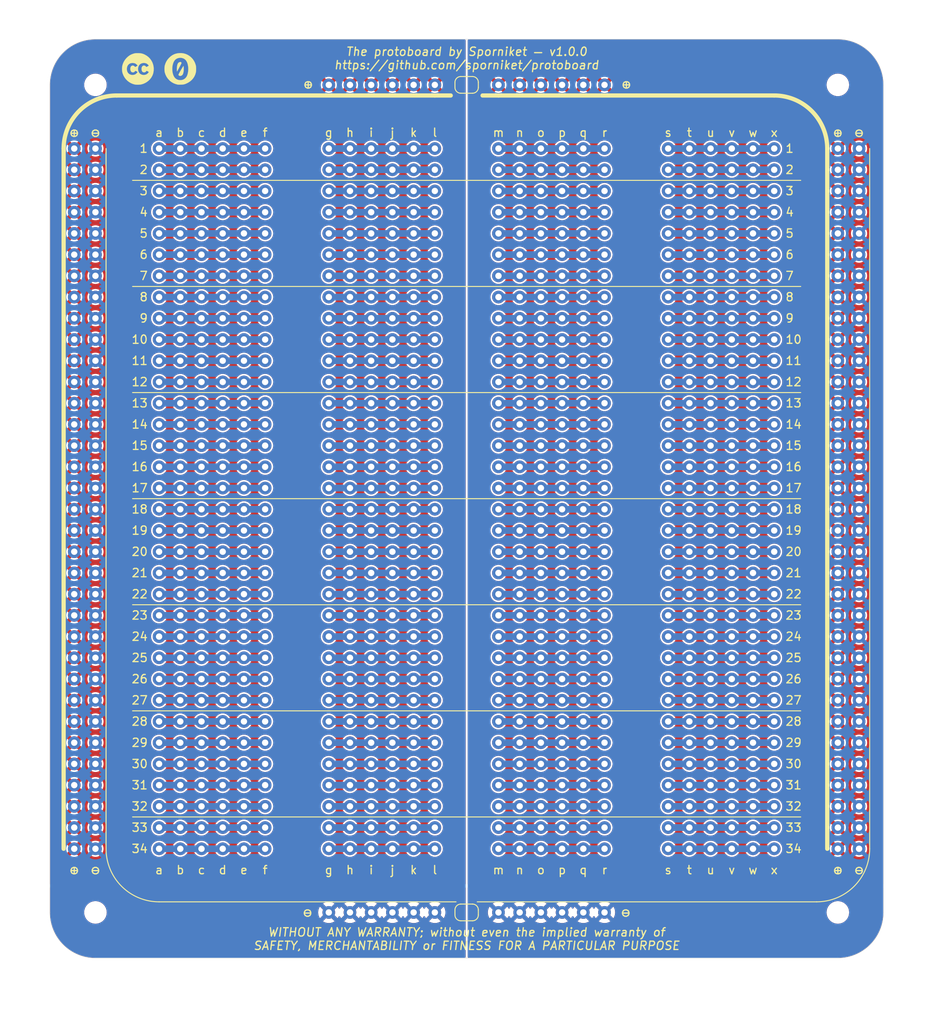
<source format=kicad_pcb>
(kicad_pcb (version 20241229) (generator "pcbnew") (generator_version "9.0")
  (title_block (title "Protoboard") (date "2022-10-07") (rev "v1.0.0") (company "Sporniket") (comment 2 "Original repository : https://github.com/sporniket/protoboard"))
  (layers (0 "F.Cu" signal) (2 "B.Cu" signal) (13 "F.Paste" user) (15 "B.Paste" user) (5 "F.SilkS" user "F.Silkscreen") (7 "B.SilkS" user "B.Silkscreen") (1 "F.Mask" user) (3 "B.Mask" user) (25 "Edge.Cuts" user))
  (net 0 "")
  (net 1 "Net-(J1-Pad1)")
  (net 2 "Net-(J7-Pad1)")
  (net 3 "/A34")
  (net 4 "/A33")
  (net 5 "/A32")
  (net 6 "/A31")
  (net 7 "/A30")
  (net 8 "/A29")
  (net 9 "/A28")
  (net 10 "/A27")
  (net 11 "/A26")
  (net 12 "/A25")
  (net 13 "/A24")
  (net 14 "/A23")
  (net 15 "/A22")
  (net 16 "/A21")
  (net 17 "/A20")
  (net 18 "/A19")
  (net 19 "/A18")
  (net 20 "/A17")
  (net 21 "/A16")
  (net 22 "/A15")
  (net 23 "/A14")
  (net 24 "/A13")
  (net 25 "/A12")
  (net 26 "/A11")
  (net 27 "/A10")
  (net 28 "/A9")
  (net 29 "/A8")
  (net 30 "/A7")
  (net 31 "/A6")
  (net 32 "/A5")
  (net 33 "/A4")
  (net 34 "/A3")
  (net 35 "/A2")
  (net 36 "/A1")
  (net 37 "/B34")
  (net 38 "/B33")
  (net 39 "/B32")
  (net 40 "/B31")
  (net 41 "/B30")
  (net 42 "/B29")
  (net 43 "/B28")
  (net 44 "/B27")
  (net 45 "/B26")
  (net 46 "/B25")
  (net 47 "/B24")
  (net 48 "/B23")
  (net 49 "/B22")
  (net 50 "/B21")
  (net 51 "/B20")
  (net 52 "/B19")
  (net 53 "/B18")
  (net 54 "/B17")
  (net 55 "/B16")
  (net 56 "/B15")
  (net 57 "/B14")
  (net 58 "/B13")
  (net 59 "/B12")
  (net 60 "/B11")
  (net 61 "/B10")
  (net 62 "/B9")
  (net 63 "/B8")
  (net 64 "/B7")
  (net 65 "/B6")
  (net 66 "/B5")
  (net 67 "/B4")
  (net 68 "/B3")
  (net 69 "/B2")
  (net 70 "/B1")
  (net 71 "/C34")
  (net 72 "/C33")
  (net 73 "/C32")
  (net 74 "/C31")
  (net 75 "/C30")
  (net 76 "/C29")
  (net 77 "/C28")
  (net 78 "/C27")
  (net 79 "/C26")
  (net 80 "/C25")
  (net 81 "/C24")
  (net 82 "/C23")
  (net 83 "/C22")
  (net 84 "/C21")
  (net 85 "/C20")
  (net 86 "/C19")
  (net 87 "/C18")
  (net 88 "/C17")
  (net 89 "/C16")
  (net 90 "/C15")
  (net 91 "/C14")
  (net 92 "/C13")
  (net 93 "/C12")
  (net 94 "/C11")
  (net 95 "/C10")
  (net 96 "/C9")
  (net 97 "/C8")
  (net 98 "/C7")
  (net 99 "/C6")
  (net 100 "/C5")
  (net 101 "/C4")
  (net 102 "/C3")
  (net 103 "/C2")
  (net 104 "/C1")
  (net 105 "/D34")
  (net 106 "/D33")
  (net 107 "/D32")
  (net 108 "/D31")
  (net 109 "/D30")
  (net 110 "/D29")
  (net 111 "/D28")
  (net 112 "/D27")
  (net 113 "/D26")
  (net 114 "/D25")
  (net 115 "/D24")
  (net 116 "/D23")
  (net 117 "/D22")
  (net 118 "/D21")
  (net 119 "/D20")
  (net 120 "/D19")
  (net 121 "/D18")
  (net 122 "/D17")
  (net 123 "/D16")
  (net 124 "/D15")
  (net 125 "/D14")
  (net 126 "/D13")
  (net 127 "/D12")
  (net 128 "/D11")
  (net 129 "/D10")
  (net 130 "/D9")
  (net 131 "/D8")
  (net 132 "/D7")
  (net 133 "/D6")
  (net 134 "/D5")
  (net 135 "/D4")
  (net 136 "/D3")
  (net 137 "/D2")
  (net 138 "/D1")
  (net 139 "Net-(J3-Pad1)")
  (net 140 "Net-(J5-Pad1)")
  (footprint "protoboard:rows_of_pins_1x34" (layer "F.Cu") (at 50.8 76.2)
    (property "Reference" "J101")
    (property "Value" "a")
  )
  (footprint "protoboard:rows_of_pins_1x34" (layer "F.Cu") (at 53.34 76.2)
    (property "Reference" "J102")
    (property "Value" "b")
  )
  (footprint "protoboard:rows_of_pins_1x34" (layer "F.Cu") (at 55.88 76.2)
    (property "Reference" "J103")
    (property "Value" "c")
  )
  (footprint "protoboard:rows_of_pins_1x34" (layer "F.Cu") (at 58.42 76.2)
    (property "Reference" "J104")
    (property "Value" "d")
  )
  (footprint "protoboard:rows_of_pins_1x34" (layer "F.Cu") (at 60.96 76.2)
    (property "Reference" "J105")
    (property "Value" "e")
  )
  (footprint "protoboard:rows_of_pins_1x34" (layer "F.Cu") (at 63.5 76.2)
    (property "Reference" "J106")
    (property "Value" "f")
  )
  (footprint "protoboard:rows_of_pins_1x34" (layer "F.Cu") (at 71.12 76.2)
    (property "Reference" "J107")
    (property "Value" "g")
  )
  (footprint "protoboard:rows_of_pins_1x34" (layer "F.Cu") (at 73.66 76.2)
    (property "Reference" "J108")
    (property "Value" "h")
  )
  (footprint "protoboard:rows_of_pins_1x34" (layer "F.Cu") (at 76.2 76.2)
    (property "Reference" "J109")
    (property "Value" "i")
  )
  (footprint "protoboard:rows_of_pins_1x34" (layer "F.Cu") (at 78.74 76.2)
    (property "Reference" "J110")
    (property "Value" "j")
  )
  (footprint "protoboard:rows_of_pins_1x34" (layer "F.Cu") (at 81.28 76.2)
    (property "Reference" "J111")
    (property "Value" "k")
  )
  (footprint "protoboard:rows_of_pins_1x34" (layer "F.Cu") (at 83.82 76.2)
    (property "Reference" "J112")
    (property "Value" "l")
  )
  (footprint "protoboard:rows_of_pins_1x34" (layer "F.Cu") (at 91.44 76.2)
    (property "Reference" "J113")
    (property "Value" "m")
  )
  (footprint "protoboard:rows_of_pins_1x34" (layer "F.Cu") (at 93.98 76.2)
    (property "Reference" "J114")
    (property "Value" "n")
  )
  (footprint "protoboard:rows_of_pins_1x34" (layer "F.Cu") (at 96.52 76.2)
    (property "Reference" "J115")
    (property "Value" "o")
  )
  (footprint "protoboard:rows_of_pins_1x34" (layer "F.Cu") (at 99.06 76.2)
    (property "Reference" "J116")
    (property "Value" "p")
  )
  (footprint "protoboard:rows_of_pins_1x34" (layer "F.Cu") (at 101.6 76.2)
    (property "Reference" "J117")
    (property "Value" "q")
  )
  (footprint "protoboard:rows_of_pins_1x34" (layer "F.Cu") (at 104.14 76.2)
    (property "Reference" "J118")
    (property "Value" "r")
  )
  (footprint "protoboard:rows_of_pins_1x34" (layer "F.Cu") (at 111.76 76.2)
    (property "Reference" "J119")
    (property "Value" "s")
  )
  (footprint "protoboard:rows_of_pins_1x34" (layer "F.Cu") (at 114.3 76.2)
    (property "Reference" "J120")
    (property "Value" "t")
  )
  (footprint "protoboard:rows_of_pins_1x34" (layer "F.Cu") (at 116.84 76.2)
    (property "Reference" "J121")
    (property "Value" "u")
  )
  (footprint "protoboard:rows_of_pins_1x34" (layer "F.Cu") (at 119.38 76.2)
    (property "Reference" "J122")
    (property "Value" "v")
  )
  (footprint "protoboard:rows_of_pins_1x34" (layer "F.Cu") (at 121.92 76.2)
    (property "Reference" "J123")
    (property "Value" "w")
  )
  (footprint "protoboard:rows_of_pins_1x34" (layer "F.Cu") (at 124.46 76.2)
    (property "Reference" "J124")
    (property "Value" "x")
  )
  (footprint "MountingHole:MountingHole_2.2mm_M2" (layer "F.Cu") (at 43.18 68.58)
    (property "Reference" "H101")
    (property "Value" "M2")
  )
  (footprint "MountingHole:MountingHole_2.2mm_M2" (layer "F.Cu") (at 132.08 68.58)
    (property "Reference" "H102")
    (property "Value" "M2")
  )
  (footprint "MountingHole:MountingHole_2.2mm_M2" (layer "F.Cu") (at 43.18 167.64 180)
    (property "Reference" "H103")
    (property "Value" "M2")
  )
  (footprint "MountingHole:MountingHole_2.2mm_M2" (layer "F.Cu") (at 132.08 167.64 180)
    (property "Reference" "H104")
    (property "Value" "M2")
  )
  (footprint "protoboard:rows_of_pins_1x34" (layer "F.Cu") (at 40.64 76.2)
    (property "Reference" "J1")
    (property "Value" "⊕")
  )
  (footprint "protoboard:rows_of_pins_1x6" (layer "F.Cu") (at 83.82 68.58 -90)
    (property "Reference" "J2")
    (property "Value" "⊕")
  )
  (footprint "protoboard:rows_of_pins_1x34" (layer "F.Cu") (at 132.08 76.2)
    (property "Reference" "J3")
    (property "Value" "⊕")
  )
  (footprint "protoboard:rows_of_pins_1x6" (layer "F.Cu") (at 91.44 68.58 90)
    (property "Reference" "J4")
    (property "Value" "⊕")
  )
  (footprint "protoboard:rows_of_pins_1x34" (layer "F.Cu") (at 43.18 76.2)
    (property "Reference" "J5")
    (property "Value" "⊖")
  )
  (footprint "protoboard:rows_of_pins_1x6" (layer "F.Cu") (at 83.82 167.64 -90)
    (property "Reference" "J6")
    (property "Value" "⊖")
  )
  (footprint "protoboard:rows_of_pins_1x34" (layer "F.Cu") (at 134.62 76.2)
    (property "Reference" "J7")
    (property "Value" "⊖")
  )
  (footprint "protoboard:rows_of_pins_1x6" (layer "F.Cu") (at 91.44 167.64 90)
    (property "Reference" "J8")
    (property "Value" "⊖")
  )
  (footprint "Jumper:SolderJumper-2_P1.3mm_Open_RoundedPad1.0x1.5mm" (layer "F.Cu") (at 87.63 68.58)
    (property "Reference" "JP101")
    (property "Value" "⊕")
  )
  (footprint "Jumper:SolderJumper-2_P1.3mm_Open_RoundedPad1.0x1.5mm" (layer "F.Cu") (at 87.63 167.64)
    (property "Reference" "JP102")
    (property "Value" "⊖")
  )
  (footprint "cliparts:logo--cc--cc" (layer "F.Cu") (at 48.26 66.675)
    (property "Reference" "G***" (hide yes))
    (property "Value" "LOGO" (hide yes))
  )
  (footprint "cliparts:logo--cc--zero" (layer "F.Cu") (at 53.34 66.675)
    (property "Reference" "G***" (hide yes))
    (property "Value" "LOGO" (hide yes))
  )
  (gr_line (start 83.82 69.85) (end 45.72 69.85) (stroke (width 0.508)) (layer "F.SilkS"))
  (gr_arc (start 39.37 76.2) (mid 41.229872 71.709872) (end 45.72 69.85) (stroke (width 0.508)) (layer "F.SilkS"))
  (gr_line (start 127.635 80.01) (end 47.625 80.01) (stroke (width 0.12)) (layer "F.SilkS"))
  (gr_line (start 91.44 166.37) (end 88.9 166.37) (stroke (width 0.12)) (layer "F.SilkS"))
  (gr_line (start 47.625 92.71) (end 127.635 92.71) (stroke (width 0.12)) (layer "F.SilkS"))
  (gr_arc (start 124.46 69.85) (mid 128.950128 71.709872) (end 130.81 76.2) (stroke (width 0.508)) (layer "F.SilkS"))
  (gr_line (start 39.37 76.2) (end 39.37 160.02) (stroke (width 0.508)) (layer "F.SilkS"))
  (gr_line (start 127.635 143.51) (end 47.625 143.51) (stroke (width 0.12)) (layer "F.SilkS"))
  (gr_line (start 47.625 118.11) (end 127.635 118.11) (stroke (width 0.12)) (layer "F.SilkS"))
  (gr_line (start 47.625 156.21) (end 127.635 156.21) (stroke (width 0.12)) (layer "F.SilkS"))
  (gr_line (start 44.45 160.02) (end 44.45 76.2) (stroke (width 0.12)) (layer "F.SilkS"))
  (gr_line (start 130.81 76.2) (end 130.81 160.02) (stroke (width 0.508)) (layer "F.SilkS"))
  (gr_arc (start 135.89 160.02) (mid 134.030128 164.510128) (end 129.54 166.37) (stroke (width 0.12)) (layer "F.SilkS"))
  (gr_line (start 129.54 166.37) (end 91.44 166.37) (stroke (width 0.12)) (layer "F.SilkS"))
  (gr_line (start 50.8 166.37) (end 83.82 166.37) (stroke (width 0.12)) (layer "F.SilkS"))
  (gr_arc (start 50.8 166.37) (mid 46.309872 164.510128) (end 44.45 160.02) (stroke (width 0.12)) (layer "F.SilkS"))
  (gr_line (start 83.82 166.37) (end 86.36 166.37) (stroke (width 0.12)) (layer "F.SilkS"))
  (gr_line (start 83.82 69.85) (end 85.725 69.85) (stroke (width 0.508)) (layer "F.SilkS"))
  (gr_line (start 135.89 160.02) (end 135.89 76.2) (stroke (width 0.12)) (layer "F.SilkS"))
  (gr_line (start 47.625 130.81) (end 127.635 130.81) (stroke (width 0.12)) (layer "F.SilkS"))
  (gr_line (start 47.625 105.41) (end 127.635 105.41) (stroke (width 0.12)) (layer "F.SilkS"))
  (gr_line (start 124.46 69.85) (end 91.44 69.85) (stroke (width 0.508)) (layer "F.SilkS"))
  (gr_line (start 91.44 69.85) (end 89.535 69.85) (stroke (width 0.508)) (layer "F.SilkS"))
  (gr_line (start 37.719 68.58) (end 37.719 167.64) (stroke (width 0.05)) (layer "Edge.Cuts"))
  (gr_arc (start 37.719 68.58) (mid 39.31849 64.71849) (end 43.18 63.119) (stroke (width 0.05)) (layer "Edge.Cuts"))
  (gr_line (start 137.541 68.58) (end 137.541 167.64) (stroke (width 0.05)) (layer "Edge.Cuts"))
  (gr_arc (start 43.18 173.101) (mid 39.31849 171.50151) (end 37.719 167.64) (stroke (width 0.05)) (layer "Edge.Cuts"))
  (gr_arc (start 132.08 63.119) (mid 135.94151 64.71849) (end 137.541 68.58) (stroke (width 0.05)) (layer "Edge.Cuts"))
  (gr_line (start 43.18 63.119) (end 132.08 63.119) (stroke (width 0.05)) (layer "Edge.Cuts"))
  (gr_line (start 43.18 173.101) (end 132.08 173.101) (stroke (width 0.05)) (layer "Edge.Cuts"))
  (gr_arc (start 137.541 167.64) (mid 135.94151 171.50151) (end 132.08 173.101) (stroke (width 0.05)) (layer "Edge.Cuts"))
  (gr_text "13" (at 49.53 106.68 0) (layer "F.SilkS") (effects (font (size 1 1)) (justify right)))
  (gr_text "17" (at 49.53 116.84 0) (layer "F.SilkS") (effects (font (size 1 1)) (justify right)))
  (gr_text "16" (at 49.53 114.3 0) (layer "F.SilkS") (effects (font (size 1 1)) (justify right)))
  (gr_text "12" (at 49.53 104.14 0) (layer "F.SilkS") (effects (font (size 1 1)) (justify right)))
  (gr_text "15" (at 49.53 111.76 0) (layer "F.SilkS") (effects (font (size 1 1)) (justify right)))
  (gr_text "14" (at 49.53 109.22 0) (layer "F.SilkS") (effects (font (size 1 1)) (justify right)))
  (gr_text "18" (at 49.53 119.38 0) (layer "F.SilkS") (effects (font (size 1 1)) (justify right)))
  (gr_text "20" (at 49.53 124.46 0) (layer "F.SilkS") (effects (font (size 1 1)) (justify right)))
  (gr_text "19" (at 49.53 121.92 0) (layer "F.SilkS") (effects (font (size 1 1)) (justify right)))
  (gr_text "21" (at 49.53 127 0) (layer "F.SilkS") (effects (font (size 1 1)) (justify right)))
  (gr_text "24" (at 49.53 134.62 0) (layer "F.SilkS") (effects (font (size 1 1)) (justify right)))
  (gr_text "25" (at 49.53 137.16 0) (layer "F.SilkS") (effects (font (size 1 1)) (justify right)))
  (gr_text "29" (at 49.53 147.32 0) (layer "F.SilkS") (effects (font (size 1 1)) (justify right)))
  (gr_text "22" (at 49.53 129.54 0) (layer "F.SilkS") (effects (font (size 1 1)) (justify right)))
  (gr_text "27" (at 49.53 142.24 0) (layer "F.SilkS") (effects (font (size 1 1)) (justify right)))
  (gr_text "28" (at 49.53 144.78 0) (layer "F.SilkS") (effects (font (size 1 1)) (justify right)))
  (gr_text "23" (at 49.53 132.08 0) (layer "F.SilkS") (effects (font (size 1 1)) (justify right)))
  (gr_text "26" (at 49.53 139.7 0) (layer "F.SilkS") (effects (font (size 1 1)) (justify right)))
  (gr_text "30" (at 49.53 149.86 0) (layer "F.SilkS") (effects (font (size 1 1)) (justify right)))
  (gr_text "31" (at 49.53 152.4 0) (layer "F.SilkS") (effects (font (size 1 1)) (justify right)))
  (gr_text "32" (at 49.53 154.94 0) (layer "F.SilkS") (effects (font (size 1 1)) (justify right)))
  (gr_text "34" (at 49.53 160.02 0) (layer "F.SilkS") (effects (font (size 1 1)) (justify right)))
  (gr_text "33" (at 49.53 157.48 0) (layer "F.SilkS") (effects (font (size 1 1)) (justify right)))
  (gr_text "14" (at 125.73 109.22 0) (layer "F.SilkS") (effects (font (size 1 1)) (justify left)))
  (gr_text "15" (at 125.73 111.76 0) (layer "F.SilkS") (effects (font (size 1 1)) (justify left)))
  (gr_text "19" (at 125.73 121.92 0) (layer "F.SilkS") (effects (font (size 1 1)) (justify left)))
  (gr_text "12" (at 125.73 104.14 0) (layer "F.SilkS") (effects (font (size 1 1)) (justify left)))
  (gr_text "28" (at 125.73 144.78 0) (layer "F.SilkS") (effects (font (size 1 1)) (justify left)))
  (gr_text "3" (at 125.73 81.28 0) (layer "F.SilkS") (effects (font (size 1 1)) (justify left)))
  (gr_text "32" (at 125.73 154.94 0) (layer "F.SilkS") (effects (font (size 1 1)) (justify left)))
  (gr_text "11" (at 125.73 101.6 0) (layer "F.SilkS") (effects (font (size 1 1)) (justify left)))
  (gr_text "7" (at 125.73 91.44 0) (layer "F.SilkS") (effects (font (size 1 1)) (justify left)))
  (gr_text "34" (at 125.73 160.02 0) (layer "F.SilkS") (effects (font (size 1 1)) (justify left)))
  (gr_text "6" (at 125.73 88.9 0) (layer "F.SilkS") (effects (font (size 1 1)) (justify left)))
  (gr_text "1" (at 125.73 76.2 0) (layer "F.SilkS") (effects (font (size 1 1)) (justify left)))
  (gr_text "33" (at 125.73 157.48 0) (layer "F.SilkS") (effects (font (size 1 1)) (justify left)))
  (gr_text "2" (at 125.73 78.74 0) (layer "F.SilkS") (effects (font (size 1 1)) (justify left)))
  (gr_text "5" (at 125.73 86.36 0) (layer "F.SilkS") (effects (font (size 1 1)) (justify left)))
  (gr_text "4" (at 125.73 83.82 0) (layer "F.SilkS") (effects (font (size 1 1)) (justify left)))
  (gr_text "17" (at 125.73 116.84 0) (layer "F.SilkS") (effects (font (size 1 1)) (justify left)))
  (gr_text "8" (at 125.73 93.98 0) (layer "F.SilkS") (effects (font (size 1 1)) (justify left)))
  (gr_text "10" (at 125.73 99.06 0) (layer "F.SilkS") (effects (font (size 1 1)) (justify left)))
  (gr_text "29" (at 125.73 147.32 0) (layer "F.SilkS") (effects (font (size 1 1)) (justify left)))
  (gr_text "31" (at 125.73 152.4 0) (layer "F.SilkS") (effects (font (size 1 1)) (justify left)))
  (gr_text "9" (at 125.73 96.52 0) (layer "F.SilkS") (effects (font (size 1 1)) (justify left)))
  (gr_text "26" (at 125.73 139.7 0) (layer "F.SilkS") (effects (font (size 1 1)) (justify left)))
  (gr_text "18" (at 125.73 119.38 0) (layer "F.SilkS") (effects (font (size 1 1)) (justify left)))
  (gr_text "21" (at 125.73 127 0) (layer "F.SilkS") (effects (font (size 1 1)) (justify left)))
  (gr_text "13" (at 125.73 106.68 0) (layer "F.SilkS") (effects (font (size 1 1)) (justify left)))
  (gr_text "22" (at 125.73 129.54 0) (layer "F.SilkS") (effects (font (size 1 1)) (justify left)))
  (gr_text "24" (at 125.73 134.62 0) (layer "F.SilkS") (effects (font (size 1 1)) (justify left)))
  (gr_text "30" (at 125.73 149.86 0) (layer "F.SilkS") (effects (font (size 1 1)) (justify left)))
  (gr_text "27" (at 125.73 142.24 0) (layer "F.SilkS") (effects (font (size 1 1)) (justify left)))
  (gr_text "23" (at 125.73 132.08 0) (layer "F.SilkS") (effects (font (size 1 1)) (justify left)))
  (gr_text "16" (at 125.73 114.3 0) (layer "F.SilkS") (effects (font (size 1 1)) (justify left)))
  (gr_text "25" (at 125.73 137.16 0) (layer "F.SilkS") (effects (font (size 1 1)) (justify left)))
  (gr_text "20" (at 125.73 124.46 0) (layer "F.SilkS") (effects (font (size 1 1)) (justify left)))
  (gr_text "⊕" (at 132.08 74.295 0) (layer "F.SilkS") (effects (font (size 1 1))))
  (gr_text "r" (at 104.14 74.295 0) (layer "F.SilkS") (effects (font (size 1 1))))
  (gr_text "6" (at 49.53 88.9 0) (layer "F.SilkS") (effects (font (size 1 1)) (justify right)))
  (gr_text "u" (at 116.84 74.295 0) (layer "F.SilkS") (effects (font (size 1 1))))
  (gr_text "k" (at 81.28 74.295 0) (layer "F.SilkS") (effects (font (size 1 1))))
  (gr_text "p" (at 99.06 74.295 0) (layer "F.SilkS") (effects (font (size 1 1))))
  (gr_text "n" (at 93.98 74.295 0) (layer "F.SilkS") (effects (font (size 1 1))))
  (gr_text "e" (at 60.96 74.295 0) (layer "F.SilkS") (effects (font (size 1 1))))
  (gr_text "v" (at 119.38 74.295 0) (layer "F.SilkS") (effects (font (size 1 1))))
  (gr_text "o" (at 96.52 74.295 0) (layer "F.SilkS") (effects (font (size 1 1))))
  (gr_text "7" (at 49.53 91.44 0) (layer "F.SilkS") (effects (font (size 1 1)) (justify right)))
  (gr_text "⊕" (at 40.64 74.295 0) (layer "F.SilkS") (effects (font (size 1 1))))
  (gr_text "5" (at 49.53 86.36 0) (layer "F.SilkS") (effects (font (size 1 1)) (justify right)))
  (gr_text "d" (at 58.42 74.295 0) (layer "F.SilkS") (effects (font (size 1 1))))
  (gr_text "⊖" (at 134.62 74.295 0) (layer "F.SilkS") (effects (font (size 1 1))))
  (gr_text "b" (at 53.34 74.295 0) (layer "F.SilkS") (effects (font (size 1 1))))
  (gr_text "The protoboard by Sporniket — v1.0.0\nhttps://github.com/sporniket/protoboard" (at 87.63 65.405 0) (layer "F.SilkS") (effects (font (size 1 1) (thickness 0.15) (italic yes))))
  (gr_text "i" (at 76.2 74.295 0) (layer "F.SilkS") (effects (font (size 1 1))))
  (gr_text "c" (at 55.88 74.295 0) (layer "F.SilkS") (effects (font (size 1 1))))
  (gr_text "1" (at 49.53 76.2 0) (layer "F.SilkS") (effects (font (size 1 1)) (justify right)))
  (gr_text "2" (at 49.53 78.74 0) (layer "F.SilkS") (effects (font (size 1 1)) (justify right)))
  (gr_text "9" (at 49.53 96.52 0) (layer "F.SilkS") (effects (font (size 1 1)) (justify right)))
  (gr_text "q" (at 101.6 74.295 0) (layer "F.SilkS") (effects (font (size 1 1))))
  (gr_text "4" (at 49.53 83.82 0) (layer "F.SilkS") (effects (font (size 1 1)) (justify right)))
  (gr_text "f" (at 63.5 74.295 0) (layer "F.SilkS") (effects (font (size 1 1))))
  (gr_text "s" (at 111.76 74.295 0) (layer "F.SilkS") (effects (font (size 1 1))))
  (gr_text "l" (at 83.82 74.295 0) (layer "F.SilkS") (effects (font (size 1 1))))
  (gr_text "8" (at 49.53 93.98 0) (layer "F.SilkS") (effects (font (size 1 1)) (justify right)))
  (gr_text "WITHOUT ANY WARRANTY; without even the implied warranty of\nSAFETY, MERCHANTABILITY or FITNESS FOR A PARTICULAR PURPOSE" (at 87.63 170.815 0) (layer "F.SilkS") (effects (font (size 1 1) (thickness 0.15) (italic yes))))
  (gr_text "a" (at 50.8 74.295 0) (layer "F.SilkS") (effects (font (size 1 1))))
  (gr_text "g" (at 71.12 74.295 0) (layer "F.SilkS") (effects (font (size 1 1))))
  (gr_text "⊖" (at 43.18 74.295 0) (layer "F.SilkS") (effects (font (size 1 1))))
  (gr_text "x" (at 124.46 74.295 0) (layer "F.SilkS") (effects (font (size 1 1))))
  (gr_text "j" (at 78.74 74.295 0) (layer "F.SilkS") (effects (font (size 1 1))))
  (gr_text "m" (at 91.44 74.295 0) (layer "F.SilkS") (effects (font (size 1 1))))
  (gr_text "10" (at 49.53 99.06 0) (layer "F.SilkS") (effects (font (size 1 1)) (justify right)))
  (gr_text "11" (at 49.53 101.6 0) (layer "F.SilkS") (effects (font (size 1 1)) (justify right)))
  (gr_text "3" (at 49.53 81.28 0) (layer "F.SilkS") (effects (font (size 1 1)) (justify right)))
  (gr_text "w" (at 121.92 74.295 0) (layer "F.SilkS") (effects (font (size 1 1))))
  (gr_text "t" (at 114.3 74.295 0) (layer "F.SilkS") (effects (font (size 1 1))))
  (gr_text "h" (at 73.66 74.295 0) (layer "F.SilkS") (effects (font (size 1 1))))
  (segment (start 50.8 160.02) (end 63.5 160.02) (width 0.8128) (layer "B.Cu") (net 3))
  (segment (start 50.8 157.48) (end 63.5 157.48) (width 0.8128) (layer "B.Cu") (net 4))
  (segment (start 50.8 154.94) (end 63.5 154.94) (width 0.8128) (layer "B.Cu") (net 5))
  (segment (start 50.8 152.4) (end 63.5 152.4) (width 0.8128) (layer "B.Cu") (net 6))
  (segment (start 50.8 149.86) (end 63.5 149.86) (width 0.8128) (layer "B.Cu") (net 7))
  (segment (start 50.8 147.32) (end 63.5 147.32) (width 0.8128) (layer "B.Cu") (net 8))
  (segment (start 50.8 144.78) (end 63.5 144.78) (width 0.8128) (layer "B.Cu") (net 9))
  (segment (start 50.8 142.24) (end 63.5 142.24) (width 0.8128) (layer "B.Cu") (net 10))
  (segment (start 63.5 139.7) (end 50.8 139.7) (width 0.8128) (layer "B.Cu") (net 11))
  (segment (start 50.8 137.16) (end 63.5 137.16) (width 0.8128) (layer "B.Cu") (net 12))
  (segment (start 63.5 134.62) (end 50.8 134.62) (width 0.8128) (layer "B.Cu") (net 13))
  (segment (start 50.8 132.08) (end 63.5 132.08) (width 0.8128) (layer "B.Cu") (net 14))
  (segment (start 50.8 129.54) (end 63.5 129.54) (width 0.8128) (layer "B.Cu") (net 15))
  (segment (start 63.5 127) (end 50.8 127) (width 0.8128) (layer "B.Cu") (net 16))
  (segment (start 50.8 124.46) (end 63.5 124.46) (width 0.8128) (layer "B.Cu") (net 17))
  (segment (start 63.5 121.92) (end 50.8 121.92) (width 0.8128) (layer "B.Cu") (net 18))
  (segment (start 50.8 119.38) (end 63.5 119.38) (width 0.8128) (layer "B.Cu") (net 19))
  (segment (start 63.5 116.84) (end 50.8 116.84) (width 0.8128) (layer "B.Cu") (net 20))
  (segment (start 50.8 114.3) (end 63.5 114.3) (width 0.8128) (layer "B.Cu") (net 21))
  (segment (start 63.5 111.76) (end 50.8 111.76) (width 0.8128) (layer "B.Cu") (net 22))
  (segment (start 50.8 109.22) (end 63.5 109.22) (width 0.8128) (layer "B.Cu") (net 23))
  (segment (start 63.5 106.68) (end 50.8 106.68) (width 0.8128) (layer "B.Cu") (net 24))
  (segment (start 50.8 104.14) (end 63.5 104.14) (width 0.8128) (layer "B.Cu") (net 25))
  (segment (start 63.5 101.6) (end 50.8 101.6) (width 0.8128) (layer "B.Cu") (net 26))
  (segment (start 50.8 99.06) (end 63.5 99.06) (width 0.8128) (layer "B.Cu") (net 27))
  (segment (start 63.5 96.52) (end 50.8 96.52) (width 0.8128) (layer "B.Cu") (net 28))
  (segment (start 50.8 93.98) (end 63.5 93.98) (width 0.8128) (layer "B.Cu") (net 29))
  (segment (start 50.8 91.44) (end 63.5 91.44) (width 0.8128) (layer "B.Cu") (net 30))
  (segment (start 63.5 88.9) (end 50.8 88.9) (width 0.8128) (layer "B.Cu") (net 31))
  (segment (start 50.8 86.36) (end 63.5 86.36) (width 0.8128) (layer "B.Cu") (net 32))
  (segment (start 63.5 83.82) (end 50.8 83.82) (width 0.8128) (layer "B.Cu") (net 33))
  (segment (start 50.8 81.28) (end 63.5 81.28) (width 0.8128) (layer "B.Cu") (net 34))
  (segment (start 63.5 78.74) (end 50.8 78.74) (width 0.8128) (layer "B.Cu") (net 35))
  (segment (start 50.8 76.2) (end 63.5 76.2) (width 0.8128) (layer "B.Cu") (net 36))
  (segment (start 71.12 160.02) (end 83.82 160.02) (width 0.8128) (layer "B.Cu") (net 37))
  (segment (start 71.12 157.48) (end 83.82 157.48) (width 0.8128) (layer "B.Cu") (net 38))
  (segment (start 71.12 154.94) (end 83.82 154.94) (width 0.8128) (layer "B.Cu") (net 39))
  (segment (start 71.12 152.4) (end 83.82 152.4) (width 0.8128) (layer "B.Cu") (net 40))
  (segment (start 71.12 149.86) (end 83.82 149.86) (width 0.8128) (layer "B.Cu") (net 41))
  (segment (start 83.82 147.32) (end 71.12 147.32) (width 0.8128) (layer "B.Cu") (net 42))
  (segment (start 71.12 144.78) (end 83.82 144.78) (width 0.8128) (layer "B.Cu") (net 43))
  (segment (start 71.12 142.24) (end 83.82 142.24) (width 0.8128) (layer "B.Cu") (net 44))
  (segment (start 83.82 139.7) (end 71.12 139.7) (width 0.8128) (layer "B.Cu") (net 45))
  (segment (start 71.12 137.16) (end 83.82 137.16) (width 0.8128) (layer "B.Cu") (net 46))
  (segment (start 83.82 134.62) (end 71.12 134.62) (width 0.8128) (layer "B.Cu") (net 47))
  (segment (start 71.12 132.08) (end 83.82 132.08) (width 0.8128) (layer "B.Cu") (net 48))
  (segment (start 71.12 129.54) (end 83.82 129.54) (width 0.8128) (layer "B.Cu") (net 49))
  (segment (start 83.82 127) (end 71.12 127) (width 0.8128) (layer "B.Cu") (net 50))
  (segment (start 71.12 124.46) (end 83.82 124.46) (width 0.8128) (layer "B.Cu") (net 51))
  (segment (start 83.82 121.92) (end 71.12 121.92) (width 0.8128) (layer "B.Cu") (net 52))
  (segment (start 71.12 119.38) (end 83.82 119.38) (width 0.8128) (layer "B.Cu") (net 53))
  (segment (start 83.82 116.84) (end 71.12 116.84) (width 0.8128) (layer "B.Cu") (net 54))
  (segment (start 71.12 114.3) (end 83.82 114.3) (width 0.8128) (layer "B.Cu") (net 55))
  (segment (start 83.82 111.76) (end 71.12 111.76) (width 0.8128) (layer "B.Cu") (net 56))
  (segment (start 71.12 109.22) (end 83.82 109.22) (width 0.8128) (layer "B.Cu") (net 57))
  (segment (start 83.82 106.68) (end 71.12 106.68) (width 0.8128) (layer "B.Cu") (net 58))
  (segment (start 71.12 104.14) (end 83.82 104.14) (width 0.8128) (layer "B.Cu") (net 59))
  (segment (start 83.82 101.6) (end 71.12 101.6) (width 0.8128) (layer "B.Cu") (net 60))
  (segment (start 71.12 99.06) (end 83.82 99.06) (width 0.8128) (layer "B.Cu") (net 61))
  (segment (start 83.82 96.52) (end 71.12 96.52) (width 0.8128) (layer "B.Cu") (net 62))
  (segment (start 71.12 93.98) (end 83.82 93.98) (width 0.8128) (layer "B.Cu") (net 63))
  (segment (start 71.12 91.44) (end 83.82 91.44) (width 0.8128) (layer "B.Cu") (net 64))
  (segment (start 83.82 88.9) (end 71.12 88.9) (width 0.8128) (layer "B.Cu") (net 65))
  (segment (start 71.12 86.36) (end 83.82 86.36) (width 0.8128) (layer "B.Cu") (net 66))
  (segment (start 83.82 83.82) (end 71.12 83.82) (width 0.8128) (layer "B.Cu") (net 67))
  (segment (start 71.12 81.28) (end 83.82 81.28) (width 0.8128) (layer "B.Cu") (net 68))
  (segment (start 83.82 78.74) (end 71.12 78.74) (width 0.8128) (layer "B.Cu") (net 69))
  (segment (start 71.12 76.2) (end 83.82 76.2) (width 0.8128) (layer "B.Cu") (net 70))
  (segment (start 91.44 160.02) (end 104.14 160.02) (width 0.8128) (layer "B.Cu") (net 71))
  (segment (start 91.44 157.48) (end 104.14 157.48) (width 0.8128) (layer "B.Cu") (net 72))
  (segment (start 91.44 154.94) (end 104.14 154.94) (width 0.8128) (layer "B.Cu") (net 73))
  (segment (start 91.44 152.4) (end 104.14 152.4) (width 0.8128) (layer "B.Cu") (net 74))
  (segment (start 91.44 149.86) (end 104.14 149.86) (width 0.8128) (layer "B.Cu") (net 75))
  (segment (start 91.44 147.32) (end 104.14 147.32) (width 0.8128) (layer "B.Cu") (net 76))
  (segment (start 91.44 144.78) (end 104.14 144.78) (width 0.8128) (layer "B.Cu") (net 77))
  (segment (start 91.44 142.24) (end 104.14 142.24) (width 0.8128) (layer "B.Cu") (net 78))
  (segment (start 104.14 139.7) (end 91.44 139.7) (width 0.8128) (layer "B.Cu") (net 79))
  (segment (start 91.44 137.16) (end 103.505 137.16) (width 0.8128) (layer "B.Cu") (net 80))
  (segment (start 104.14 134.62) (end 91.44 134.62) (width 0.8128) (layer "B.Cu") (net 81))
  (segment (start 91.44 132.08) (end 104.14 132.08) (width 0.8128) (layer "B.Cu") (net 82))
  (segment (start 104.14 129.54) (end 91.44 129.54) (width 0.8128) (layer "B.Cu") (net 83))
  (segment (start 91.44 127) (end 104.14 127) (width 0.8128) (layer "B.Cu") (net 84))
  (segment (start 104.14 124.46) (end 91.44 124.46) (width 0.8128) (layer "B.Cu") (net 85))
  (segment (start 91.44 121.92) (end 104.14 121.92) (width 0.8128) (layer "B.Cu") (net 86))
  (segment (start 104.14 119.38) (end 91.44 119.38) (width 0.8128) (layer "B.Cu") (net 87))
  (segment (start 91.44 116.84) (end 104.14 116.84) (width 0.8128) (layer "B.Cu") (net 88))
  (segment (start 104.14 114.3) (end 91.44 114.3) (width 0.8128) (layer "B.Cu") (net 89))
  (segment (start 91.44 111.76) (end 104.14 111.76) (width 0.8128) (layer "B.Cu") (net 90))
  (segment (start 104.14 109.22) (end 91.44 109.22) (width 0.8128) (layer "B.Cu") (net 91))
  (segment (start 91.44 106.68) (end 104.14 106.68) (width 0.8128) (layer "B.Cu") (net 92))
  (segment (start 104.14 104.14) (end 91.44 104.14) (width 0.8128) (layer "B.Cu") (net 93))
  (segment (start 104.14 101.6) (end 91.44 101.6) (width 0.8128) (layer "B.Cu") (net 94))
  (segment (start 91.44 99.06) (end 104.14 99.06) (width 0.8128) (layer "B.Cu") (net 95))
  (segment (start 104.14 96.52) (end 91.44 96.52) (width 0.8128) (layer "B.Cu") (net 96))
  (segment (start 91.44 93.98) (end 104.14 93.98) (width 0.8128) (layer "B.Cu") (net 97))
  (segment (start 91.44 91.44) (end 104.14 91.44) (width 0.8128) (layer "B.Cu") (net 98))
  (segment (start 104.14 88.9) (end 91.44 88.9) (width 0.8128) (layer "B.Cu") (net 99))
  (segment (start 91.44 86.36) (end 104.14 86.36) (width 0.8128) (layer "B.Cu") (net 100))
  (segment (start 104.14 83.82) (end 91.44 83.82) (width 0.8128) (layer "B.Cu") (net 101))
  (segment (start 91.44 81.28) (end 104.14 81.28) (width 0.8128) (layer "B.Cu") (net 102))
  (segment (start 104.14 78.74) (end 91.44 78.74) (width 0.8128) (layer "B.Cu") (net 103))
  (segment (start 91.44 76.2) (end 104.14 76.2) (width 0.8128) (layer "B.Cu") (net 104))
  (segment (start 111.76 160.02) (end 124.46 160.02) (width 0.8128) (layer "B.Cu") (net 105))
  (segment (start 111.76 157.48) (end 124.46 157.48) (width 0.8128) (layer "B.Cu") (net 106))
  (segment (start 111.76 154.94) (end 124.46 154.94) (width 0.8128) (layer "B.Cu") (net 107))
  (segment (start 111.76 152.4) (end 124.46 152.4) (width 0.8128) (layer "B.Cu") (net 108))
  (segment (start 111.76 149.86) (end 124.46 149.86) (width 0.8128) (layer "B.Cu") (net 109))
  (segment (start 111.76 147.32) (end 124.46 147.32) (width 0.8128) (layer "B.Cu") (net 110))
  (segment (start 111.76 144.78) (end 124.46 144.78) (width 0.8128) (layer "B.Cu") (net 111))
  (segment (start 111.76 142.24) (end 124.46 142.24) (width 0.8128) (layer "B.Cu") (net 112))
  (segment (start 111.76 139.7) (end 124.46 139.7) (width 0.8128) (layer "B.Cu") (net 113))
  (segment (start 111.76 137.16) (end 124.46 137.16) (width 0.8128) (layer "B.Cu") (net 114))
  (segment (start 111.76 134.62) (end 124.46 134.62) (width 0.8128) (layer "B.Cu") (net 115))
  (segment (start 111.76 132.08) (end 124.46 132.08) (width 0.8128) (layer "B.Cu") (net 116))
  (segment (start 111.76 129.54) (end 124.46 129.54) (width 0.8128) (layer "B.Cu") (net 117))
  (segment (start 124.46 127) (end 111.76 127) (width 0.8128) (layer "B.Cu") (net 118))
  (segment (start 111.76 124.46) (end 124.46 124.46) (width 0.8128) (layer "B.Cu") (net 119))
  (segment (start 124.46 121.92) (end 111.76 121.92) (width 0.8128) (layer "B.Cu") (net 120))
  (segment (start 111.76 119.38) (end 124.46 119.38) (width 0.8128) (layer "B.Cu") (net 121))
  (segment (start 124.46 116.84) (end 111.76 116.84) (width 0.8128) (layer "B.Cu") (net 122))
  (segment (start 111.76 114.3) (end 124.46 114.3) (width 0.8128) (layer "B.Cu") (net 123))
  (segment (start 124.46 111.76) (end 111.76 111.76) (width 0.8128) (layer "B.Cu") (net 124))
  (segment (start 111.76 109.22) (end 124.46 109.22) (width 0.8128) (layer "B.Cu") (net 125))
  (segment (start 124.46 106.68) (end 111.76 106.68) (width 0.8128) (layer "B.Cu") (net 126))
  (segment (start 111.76 104.14) (end 124.46 104.14) (width 0.8128) (layer "B.Cu") (net 127))
  (segment (start 124.46 101.6) (end 111.76 101.6) (width 0.8128) (layer "B.Cu") (net 128))
  (segment (start 111.76 99.06) (end 124.46 99.06) (width 0.8128) (layer "B.Cu") (net 129))
  (segment (start 124.46 96.52) (end 111.76 96.52) (width 0.8128) (layer "B.Cu") (net 130))
  (segment (start 111.76 93.98) (end 124.46 93.98) (width 0.8128) (layer "B.Cu") (net 131))
  (segment (start 111.76 91.44) (end 124.46 91.44) (width 0.8128) (layer "B.Cu") (net 132))
  (segment (start 124.46 88.9) (end 111.76 88.9) (width 0.8128) (layer "B.Cu") (net 133))
  (segment (start 111.76 86.36) (end 124.46 86.36) (width 0.8128) (layer "B.Cu") (net 134))
  (segment (start 124.46 83.82) (end 111.76 83.82) (width 0.8128) (layer "B.Cu") (net 135))
  (segment (start 111.76 81.28) (end 124.46 81.28) (width 0.8128) (layer "B.Cu") (net 136))
  (segment (start 124.46 78.74) (end 111.76 78.74) (width 0.8128) (layer "B.Cu") (net 137))
  (segment (start 111.76 76.2) (end 124.46 76.2) (width 0.8128) (layer "B.Cu") (net 138))
  (zone (net 2) (net_name "Net-(J7-Pad1)") (layer "F.Cu") (connect_pads (clearance 0.2032)) (min_thickness 0.254) (fill yes (thermal_gap 0.508) (thermal_bridge_width 0.508))
    (polygon (pts (xy 142.24 176.53) (xy 87.757 176.53) (xy 87.757 164.592) (xy 142.24 164.592)))
  )
  (zone (net 140) (net_name "Net-(J5-Pad1)") (layer "F.Cu") (connect_pads (clearance 0.2032)) (min_thickness 0.254) (fill yes (thermal_gap 0.508) (thermal_bridge_width 0.508))
    (polygon (pts (xy 87.503 175.895) (xy 34.925 175.895) (xy 34.925 164.592) (xy 87.503 164.592)))
  )
  (zone (net 139) (net_name "Net-(J3-Pad1)") (layer "F.Cu") (connect_pads (clearance 0.2032)) (min_thickness 0.254) (fill yes (thermal_gap 0.508) (thermal_bridge_width 0.508))
    (polygon (pts (xy 140.97 164.338) (xy 87.757 164.338) (xy 87.757 60.325) (xy 140.97 60.325)))
  )
  (zone (net 1) (net_name "Net-(J1-Pad1)") (layer "F.Cu") (connect_pads (clearance 0.2032)) (min_thickness 0.254) (fill yes (thermal_gap 0.508) (thermal_bridge_width 0.508))
    (polygon (pts (xy 87.503 61.595) (xy 87.503 164.338) (xy 34.925 164.338) (xy 34.925 60.96)))
  )
  (zone (net 2) (net_name "Net-(J7-Pad1)") (layer "B.Cu") (connect_pads (clearance 0.2032)) (min_thickness 0.254) (fill yes (thermal_gap 0.508) (thermal_bridge_width 0.508))
    (polygon (pts (xy 142.875 180.975) (xy 87.757 180.975) (xy 87.757 58.42) (xy 142.875 58.42)))
  )
  (zone (net 140) (net_name "Net-(J5-Pad1)") (layer "B.Cu") (connect_pads (clearance 0.2032)) (min_thickness 0.254) (fill yes (thermal_gap 0.508) (thermal_bridge_width 0.508))
    (polygon (pts (xy 87.503 178.435) (xy 31.75 178.435) (xy 31.75 59.69) (xy 87.503 59.69)))
  )
)
</source>
